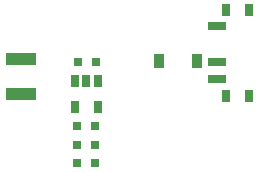
<source format=gbr>
%TF.GenerationSoftware,KiCad,Pcbnew,(5.1.10)-1*%
%TF.CreationDate,2022-09-07T09:41:17-03:00*%
%TF.ProjectId,OpenBCI_Wifi_Shield,4f70656e-4243-4495-9f57-6966695f5368,v1.0.0*%
%TF.SameCoordinates,Original*%
%TF.FileFunction,Paste,Bot*%
%TF.FilePolarity,Positive*%
%FSLAX46Y46*%
G04 Gerber Fmt 4.6, Leading zero omitted, Abs format (unit mm)*
G04 Created by KiCad (PCBNEW (5.1.10)-1) date 2022-09-07 09:41:17*
%MOMM*%
%LPD*%
G01*
G04 APERTURE LIST*
%ADD10R,0.800000X0.750000*%
%ADD11R,0.650000X1.060000*%
%ADD12R,2.500000X1.000000*%
%ADD13R,0.914400X1.219200*%
%ADD14R,0.800000X1.000000*%
%ADD15R,1.500000X0.700000*%
G04 APERTURE END LIST*
D10*
%TO.C,C1*%
X123354400Y-102362000D03*
X124854400Y-102362000D03*
%TD*%
%TO.C,C2*%
X123354400Y-103936800D03*
X124854400Y-103936800D03*
%TD*%
%TO.C,C3*%
X123354400Y-105511600D03*
X124854400Y-105511600D03*
%TD*%
%TO.C,R2*%
X123456000Y-96926400D03*
X124956000Y-96926400D03*
%TD*%
D11*
%TO.C,U2*%
X123205200Y-98518800D03*
X124155200Y-98518800D03*
X125105200Y-98518800D03*
X125105200Y-100718800D03*
X123205200Y-100718800D03*
%TD*%
D12*
%TO.C,C4*%
X118618000Y-99671000D03*
X118618000Y-96671000D03*
%TD*%
D13*
%TO.C,D1*%
X130263900Y-96875600D03*
X133540500Y-96875600D03*
%TD*%
D14*
%TO.C,SW3*%
X135991800Y-99789000D03*
X137921800Y-99789000D03*
X137921800Y-92489000D03*
D15*
X135206800Y-98389000D03*
X135206800Y-96889000D03*
X135206800Y-93889000D03*
D14*
X135991800Y-92489000D03*
%TD*%
M02*

</source>
